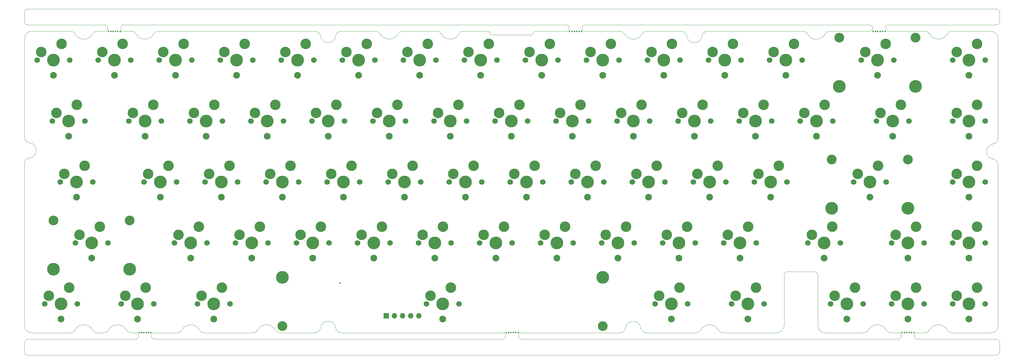
<source format=gts>
G04 #@! TF.GenerationSoftware,KiCad,Pcbnew,(6.99.0-1912-g359c99991b)*
G04 #@! TF.CreationDate,2023-08-09T17:17:15+07:00*
G04 #@! TF.ProjectId,nyx,6e79782e-6b69-4636-9164-5f7063625858,2*
G04 #@! TF.SameCoordinates,Original*
G04 #@! TF.FileFunction,Soldermask,Top*
G04 #@! TF.FilePolarity,Negative*
%FSLAX46Y46*%
G04 Gerber Fmt 4.6, Leading zero omitted, Abs format (unit mm)*
G04 Created by KiCad (PCBNEW (6.99.0-1912-g359c99991b)) date 2023-08-09 17:17:15*
%MOMM*%
%LPD*%
G01*
G04 APERTURE LIST*
%ADD10C,3.048000*%
%ADD11C,3.987800*%
%ADD12C,0.500000*%
%ADD13C,1.750000*%
%ADD14C,3.300000*%
%ADD15C,2.100000*%
%ADD16R,1.700000X1.700000*%
%ADD17O,1.700000X1.700000*%
G04 #@! TA.AperFunction,Profile*
%ADD18C,0.100000*%
G04 #@! TD*
G04 APERTURE END LIST*
D10*
X180484823Y-99219823D03*
D11*
X180484823Y-83979823D03*
D10*
X80472323Y-99219823D03*
D11*
X80472323Y-83979823D03*
D12*
X268572706Y-7050000D03*
X267832706Y-7050000D03*
X267092706Y-7050000D03*
X266352706Y-7050000D03*
X265612706Y-7050000D03*
X264872706Y-7050000D03*
D10*
X9034823Y-66199823D03*
D11*
X9034823Y-81439823D03*
D10*
X32847323Y-66199823D03*
D11*
X32847323Y-81439823D03*
D12*
X173850000Y-7050000D03*
X173110000Y-7050000D03*
X172370000Y-7050000D03*
X171630000Y-7050000D03*
X170890000Y-7050000D03*
X170150000Y-7050000D03*
D10*
X254303573Y-9049823D03*
D11*
X254303573Y-24289823D03*
D10*
X278116073Y-9049823D03*
D11*
X278116073Y-24289823D03*
D12*
X35750000Y-101222338D03*
X36490000Y-101222338D03*
X37230000Y-101222338D03*
X37970000Y-101222338D03*
X38710000Y-101222338D03*
X39450000Y-101222338D03*
X273850001Y-101222338D03*
X274590001Y-101222338D03*
X275330001Y-101222338D03*
X276070001Y-101222338D03*
X276810001Y-101222338D03*
X277550001Y-101222338D03*
X150311353Y-101222338D03*
X151051353Y-101222338D03*
X151791353Y-101222338D03*
X152531353Y-101222338D03*
X153271353Y-101222338D03*
X154011353Y-101222338D03*
X29899997Y-7050000D03*
X29159997Y-7050000D03*
X28419997Y-7050000D03*
X27679997Y-7050000D03*
X26939997Y-7050000D03*
X26199997Y-7050000D03*
D10*
X251922323Y-47149823D03*
D11*
X251922323Y-62389823D03*
D10*
X275734823Y-47149823D03*
D11*
X275734823Y-62389823D03*
D13*
X228427323Y-73184823D03*
D11*
X223347323Y-73184823D03*
D13*
X218267323Y-73184823D03*
D14*
X219537323Y-70644823D03*
X225887323Y-68104823D03*
D15*
X130478573Y-96984823D03*
X9034823Y-20784823D03*
X218584823Y-20784823D03*
X56659823Y-39834823D03*
X75709823Y-39834823D03*
X225728573Y-96984823D03*
X147147323Y-77934823D03*
X59041073Y-96984823D03*
D13*
X109364823Y-16034823D03*
D11*
X104284823Y-16034823D03*
D13*
X99204823Y-16034823D03*
D14*
X100474823Y-13494823D03*
X106824823Y-10954823D03*
D15*
X142384823Y-20784823D03*
D13*
X299864823Y-54134823D03*
D11*
X294784823Y-54134823D03*
D13*
X289704823Y-54134823D03*
D14*
X290974823Y-51594823D03*
X297324823Y-49054823D03*
D13*
X223664823Y-16034823D03*
D11*
X218584823Y-16034823D03*
D13*
X213504823Y-16034823D03*
D14*
X214774823Y-13494823D03*
X221124823Y-10954823D03*
D13*
X190327323Y-73184823D03*
D11*
X185247323Y-73184823D03*
D13*
X180167323Y-73184823D03*
D14*
X181437323Y-70644823D03*
X187787323Y-68104823D03*
D15*
X109047323Y-77934823D03*
X128097323Y-77934823D03*
X275734823Y-96984823D03*
X51897323Y-77934823D03*
D13*
X147464823Y-16034823D03*
D11*
X142384823Y-16034823D03*
D13*
X137304823Y-16034823D03*
D14*
X138574823Y-13494823D03*
X144924823Y-10954823D03*
D13*
X16496073Y-92234823D03*
D11*
X11416073Y-92234823D03*
D13*
X6336073Y-92234823D03*
D14*
X7606073Y-89694823D03*
X13956073Y-87154823D03*
D13*
X209377323Y-73184823D03*
D11*
X204297323Y-73184823D03*
D13*
X199217323Y-73184823D03*
D14*
X200487323Y-70644823D03*
X206837323Y-68104823D03*
D13*
X52214823Y-16034823D03*
D11*
X47134823Y-16034823D03*
D13*
X42054823Y-16034823D03*
D14*
X43324823Y-13494823D03*
X49674823Y-10954823D03*
D13*
X26021073Y-73184823D03*
D11*
X20941073Y-73184823D03*
D13*
X15861073Y-73184823D03*
D14*
X17131073Y-70644823D03*
X23481073Y-68104823D03*
D13*
X85552323Y-54134823D03*
D11*
X80472323Y-54134823D03*
D13*
X75392323Y-54134823D03*
D14*
X76662323Y-51594823D03*
X83012323Y-49054823D03*
D13*
X299864823Y-73184823D03*
D11*
X294784823Y-73184823D03*
D13*
X289704823Y-73184823D03*
D14*
X290974823Y-70644823D03*
X297324823Y-68104823D03*
D13*
X206996073Y-92234823D03*
D11*
X201916073Y-92234823D03*
D13*
X196836073Y-92234823D03*
D14*
X198106073Y-89694823D03*
X204456073Y-87154823D03*
D13*
X166514823Y-16034823D03*
D11*
X161434823Y-16034823D03*
D13*
X156354823Y-16034823D03*
D14*
X157624823Y-13494823D03*
X163974823Y-10954823D03*
D13*
X199852323Y-54134823D03*
D11*
X194772323Y-54134823D03*
D13*
X189692323Y-54134823D03*
D14*
X190962323Y-51594823D03*
X197312323Y-49054823D03*
D16*
X112919999Y-95949999D03*
D17*
X115459999Y-95949999D03*
X117999999Y-95949999D03*
X120539999Y-95949999D03*
X123079999Y-95949999D03*
D13*
X156989823Y-35084823D03*
D11*
X151909823Y-35084823D03*
D13*
X146829823Y-35084823D03*
D14*
X148099823Y-32544823D03*
X154449823Y-30004823D03*
D13*
X128414823Y-16034823D03*
D11*
X123334823Y-16034823D03*
D13*
X118254823Y-16034823D03*
D14*
X119524823Y-13494823D03*
X125874823Y-10954823D03*
D13*
X66502323Y-54134823D03*
D11*
X61422323Y-54134823D03*
D13*
X56342323Y-54134823D03*
D14*
X57612323Y-51594823D03*
X63962323Y-49054823D03*
D13*
X252239823Y-35084823D03*
D11*
X247159823Y-35084823D03*
D13*
X242079823Y-35084823D03*
D14*
X243349823Y-32544823D03*
X249699823Y-30004823D03*
D13*
X268908573Y-54134823D03*
D11*
X263828573Y-54134823D03*
D13*
X258748573Y-54134823D03*
D14*
X260018573Y-51594823D03*
X266368573Y-49054823D03*
D15*
X190009823Y-39834823D03*
X175722323Y-58884823D03*
X194772323Y-58884823D03*
X228109823Y-39834823D03*
D13*
X142702323Y-54134823D03*
D11*
X137622323Y-54134823D03*
D13*
X132542323Y-54134823D03*
D14*
X133812323Y-51594823D03*
X140162323Y-49054823D03*
D13*
X33164823Y-16034823D03*
D11*
X28084823Y-16034823D03*
D13*
X23004823Y-16034823D03*
D14*
X24274823Y-13494823D03*
X30624823Y-10954823D03*
D13*
X214139823Y-35084823D03*
D11*
X209059823Y-35084823D03*
D13*
X203979823Y-35084823D03*
D14*
X205249823Y-32544823D03*
X211599823Y-30004823D03*
D13*
X230808573Y-92234823D03*
D11*
X225728573Y-92234823D03*
D13*
X220648573Y-92234823D03*
D14*
X221918573Y-89694823D03*
X228268573Y-87154823D03*
D12*
X98500000Y-85700000D03*
D15*
X294784823Y-39834823D03*
X85234823Y-20784823D03*
X99522323Y-58884823D03*
D13*
X56977323Y-73184823D03*
D11*
X51897323Y-73184823D03*
D13*
X46817323Y-73184823D03*
D14*
X48087323Y-70644823D03*
X54437323Y-68104823D03*
D15*
X199534823Y-20784823D03*
D13*
X42689823Y-35084823D03*
D11*
X37609823Y-35084823D03*
D13*
X32529823Y-35084823D03*
D14*
X33799823Y-32544823D03*
X40149823Y-30004823D03*
D15*
X256684823Y-96984823D03*
X263828573Y-58884823D03*
X16178573Y-58884823D03*
D13*
X135558573Y-92234823D03*
D11*
X130478573Y-92234823D03*
D13*
X125398573Y-92234823D03*
D14*
X126668573Y-89694823D03*
X133018573Y-87154823D03*
D15*
X161434823Y-20784823D03*
D13*
X280814823Y-92234823D03*
D11*
X275734823Y-92234823D03*
D13*
X270654823Y-92234823D03*
D14*
X271924823Y-89694823D03*
X278274823Y-87154823D03*
D13*
X185564823Y-16034823D03*
D11*
X180484823Y-16034823D03*
D13*
X175404823Y-16034823D03*
D14*
X176674823Y-13494823D03*
X183024823Y-10954823D03*
D15*
X201916073Y-96984823D03*
D13*
X218902323Y-54134823D03*
D11*
X213822323Y-54134823D03*
D13*
X208742323Y-54134823D03*
D14*
X210012323Y-51594823D03*
X216362323Y-49054823D03*
D15*
X94759823Y-39834823D03*
D13*
X99839823Y-35084823D03*
D11*
X94759823Y-35084823D03*
D13*
X89679823Y-35084823D03*
D14*
X90949823Y-32544823D03*
X97299823Y-30004823D03*
D15*
X232872323Y-58884823D03*
X223347323Y-77934823D03*
D13*
X171277323Y-73184823D03*
D11*
X166197323Y-73184823D03*
D13*
X161117323Y-73184823D03*
D14*
X162387323Y-70644823D03*
X168737323Y-68104823D03*
D13*
X204614823Y-16034823D03*
D11*
X199534823Y-16034823D03*
D13*
X194454823Y-16034823D03*
D14*
X195724823Y-13494823D03*
X202074823Y-10954823D03*
D15*
X47134823Y-20784823D03*
X89997323Y-77934823D03*
D13*
X118889823Y-35084823D03*
D11*
X113809823Y-35084823D03*
D13*
X108729823Y-35084823D03*
D14*
X109999823Y-32544823D03*
X116349823Y-30004823D03*
D13*
X242714823Y-16034823D03*
D11*
X237634823Y-16034823D03*
D13*
X232554823Y-16034823D03*
D14*
X233824823Y-13494823D03*
X240174823Y-10954823D03*
D13*
X176039823Y-35084823D03*
D11*
X170959823Y-35084823D03*
D13*
X165879823Y-35084823D03*
D14*
X167149823Y-32544823D03*
X173499823Y-30004823D03*
D13*
X280814823Y-73184823D03*
D11*
X275734823Y-73184823D03*
D13*
X270654823Y-73184823D03*
D14*
X271924823Y-70644823D03*
X278274823Y-68104823D03*
D15*
X270972323Y-39834823D03*
X266209823Y-20784823D03*
D13*
X152227323Y-73184823D03*
D11*
X147147323Y-73184823D03*
D13*
X142067323Y-73184823D03*
D14*
X143337323Y-70644823D03*
X149687323Y-68104823D03*
D15*
X11416073Y-96984823D03*
X35228573Y-96984823D03*
X42372323Y-58884823D03*
D13*
X76027323Y-73184823D03*
D11*
X70947323Y-73184823D03*
D13*
X65867323Y-73184823D03*
D14*
X67137323Y-70644823D03*
X73487323Y-68104823D03*
D15*
X204297323Y-77934823D03*
D13*
X104602323Y-54134823D03*
D11*
X99522323Y-54134823D03*
D13*
X94442323Y-54134823D03*
D14*
X95712323Y-51594823D03*
X102062323Y-49054823D03*
D15*
X185247323Y-77934823D03*
D13*
X21258573Y-54134823D03*
D11*
X16178573Y-54134823D03*
D13*
X11098573Y-54134823D03*
D14*
X12368573Y-51594823D03*
X18718573Y-49054823D03*
D13*
X237952323Y-54134823D03*
D11*
X232872323Y-54134823D03*
D13*
X227792323Y-54134823D03*
D14*
X229062323Y-51594823D03*
X235412323Y-49054823D03*
D15*
X249541073Y-77934823D03*
D13*
X233189823Y-35084823D03*
D11*
X228109823Y-35084823D03*
D13*
X223029823Y-35084823D03*
D14*
X224299823Y-32544823D03*
X230649823Y-30004823D03*
D13*
X299864823Y-35084823D03*
D11*
X294784823Y-35084823D03*
D13*
X289704823Y-35084823D03*
D14*
X290974823Y-32544823D03*
X297324823Y-30004823D03*
D13*
X276052323Y-35084823D03*
D11*
X270972323Y-35084823D03*
D13*
X265892323Y-35084823D03*
D14*
X267162323Y-32544823D03*
X273512323Y-30004823D03*
D13*
X299864823Y-16034823D03*
D11*
X294784823Y-16034823D03*
D13*
X289704823Y-16034823D03*
D14*
X290974823Y-13494823D03*
X297324823Y-10954823D03*
D13*
X137939823Y-35084823D03*
D11*
X132859823Y-35084823D03*
D13*
X127779823Y-35084823D03*
D14*
X129049823Y-32544823D03*
X135399823Y-30004823D03*
D15*
X70947323Y-77934823D03*
D13*
X80789823Y-35084823D03*
D11*
X75709823Y-35084823D03*
D13*
X70629823Y-35084823D03*
D14*
X71899823Y-32544823D03*
X78249823Y-30004823D03*
D15*
X180484823Y-20784823D03*
D13*
X47452323Y-54134823D03*
D11*
X42372323Y-54134823D03*
D13*
X37292323Y-54134823D03*
D14*
X38562323Y-51594823D03*
X44912323Y-49054823D03*
D15*
X104284823Y-20784823D03*
X166197323Y-77934823D03*
X275734823Y-77934823D03*
X20941073Y-77934823D03*
D13*
X261764823Y-92234823D03*
D11*
X256684823Y-92234823D03*
D13*
X251604823Y-92234823D03*
D14*
X252874823Y-89694823D03*
X259224823Y-87154823D03*
D13*
X71264823Y-16034823D03*
D11*
X66184823Y-16034823D03*
D13*
X61104823Y-16034823D03*
D14*
X62374823Y-13494823D03*
X68724823Y-10954823D03*
D15*
X132859823Y-39834823D03*
X13797323Y-39834823D03*
D13*
X14114823Y-16034823D03*
D11*
X9034823Y-16034823D03*
D13*
X3954823Y-16034823D03*
D14*
X5224823Y-13494823D03*
X11574823Y-10954823D03*
D13*
X133177323Y-73184823D03*
D11*
X128097323Y-73184823D03*
D13*
X123017323Y-73184823D03*
D14*
X124287323Y-70644823D03*
X130637323Y-68104823D03*
D15*
X28084823Y-20784823D03*
D13*
X64121073Y-92234823D03*
D11*
X59041073Y-92234823D03*
D13*
X53961073Y-92234823D03*
D14*
X55231073Y-89694823D03*
X61581073Y-87154823D03*
D13*
X114127323Y-73184823D03*
D11*
X109047323Y-73184823D03*
D13*
X103967323Y-73184823D03*
D14*
X105237323Y-70644823D03*
X111587323Y-68104823D03*
D15*
X170959823Y-39834823D03*
D13*
X271289823Y-16034823D03*
D11*
X266209823Y-16034823D03*
D13*
X261129823Y-16034823D03*
D14*
X262399823Y-13494823D03*
X268749823Y-10954823D03*
D13*
X123652323Y-54134823D03*
D11*
X118572323Y-54134823D03*
D13*
X113492323Y-54134823D03*
D14*
X114762323Y-51594823D03*
X121112323Y-49054823D03*
D13*
X95077323Y-73184823D03*
D11*
X89997323Y-73184823D03*
D13*
X84917323Y-73184823D03*
D14*
X86187323Y-70644823D03*
X92537323Y-68104823D03*
D15*
X80472323Y-58884823D03*
X123334823Y-20784823D03*
D13*
X161752323Y-54134823D03*
D11*
X156672323Y-54134823D03*
D13*
X151592323Y-54134823D03*
D14*
X152862323Y-51594823D03*
X159212323Y-49054823D03*
D15*
X113809823Y-39834823D03*
X209059823Y-39834823D03*
D13*
X18877323Y-35084823D03*
D11*
X13797323Y-35084823D03*
D13*
X8717323Y-35084823D03*
D14*
X9987323Y-32544823D03*
X16337323Y-30004823D03*
D15*
X294784823Y-77934823D03*
X118572323Y-58884823D03*
X156672323Y-58884823D03*
X61422323Y-58884823D03*
X247159823Y-39834823D03*
X66184823Y-20784823D03*
X37609823Y-39834823D03*
D13*
X180802323Y-54134823D03*
D11*
X175722323Y-54134823D03*
D13*
X170642323Y-54134823D03*
D14*
X171912323Y-51594823D03*
X178262323Y-49054823D03*
D15*
X294784823Y-58884823D03*
X137622323Y-58884823D03*
D13*
X299864823Y-92234823D03*
D11*
X294784823Y-92234823D03*
D13*
X289704823Y-92234823D03*
D14*
X290974823Y-89694823D03*
X297324823Y-87154823D03*
D13*
X195089823Y-35084823D03*
D11*
X190009823Y-35084823D03*
D13*
X184929823Y-35084823D03*
D14*
X186199823Y-32544823D03*
X192549823Y-30004823D03*
D15*
X237634823Y-20784823D03*
X213822323Y-58884823D03*
D13*
X40308573Y-92234823D03*
D11*
X35228573Y-92234823D03*
D13*
X30148573Y-92234823D03*
D14*
X31418573Y-89694823D03*
X37768573Y-87154823D03*
D15*
X294784823Y-20784823D03*
D13*
X254621073Y-73184823D03*
D11*
X249541073Y-73184823D03*
D13*
X244461073Y-73184823D03*
D14*
X245731073Y-70644823D03*
X252081073Y-68104823D03*
D15*
X151909823Y-39834823D03*
X294784823Y-96984823D03*
D13*
X61739823Y-35084823D03*
D11*
X56659823Y-35084823D03*
D13*
X51579823Y-35084823D03*
D14*
X52849823Y-32544823D03*
X59199823Y-30004823D03*
D13*
X90314823Y-16034823D03*
D11*
X85234823Y-16034823D03*
D13*
X80154823Y-16034823D03*
D14*
X81424823Y-13494823D03*
X87774823Y-10954823D03*
D18*
X301600202Y-101272406D02*
G75*
G03*
X303822706Y-99049835I-102J2222606D01*
G01*
X40600000Y-103272338D02*
X149161353Y-103272338D01*
X71376999Y-101272345D02*
G75*
G03*
X72707000Y-100446691I-15399J1508845D01*
G01*
X98847999Y-7000000D02*
X109651997Y-7000000D01*
X237074986Y-83399998D02*
X237074986Y-99022338D01*
X136948002Y-7000004D02*
G75*
G03*
X135618000Y-7806000I398J-1500996D01*
G01*
X268967975Y-100446699D02*
G75*
G03*
X270297993Y-101272337I1345325J683099D01*
G01*
X33451997Y-7000000D02*
X31049997Y-7000000D01*
X304322700Y-1000000D02*
G75*
G03*
X303322706Y0I-1000000J0D01*
G01*
X289347996Y-7000000D02*
X301600202Y-7000000D01*
X303322706Y-108272406D02*
G75*
G03*
X304322706Y-107272338I-106J1000106D01*
G01*
X25049997Y-5000000D02*
X1000000Y-5000000D01*
X34781999Y-7806000D02*
G75*
G03*
X40367997Y-7806000I2792999J1455492D01*
G01*
X24876999Y-101272338D02*
X22647999Y-101272338D01*
X97179782Y-99907551D02*
G75*
G03*
X98847996Y-101272338I1668618J337651D01*
G01*
X251247981Y-6999980D02*
G75*
G03*
X249917994Y-7806000I319J-1500820D01*
G01*
X15731999Y-7806000D02*
G75*
G03*
X14401997Y-7000001I-1328549J-691940D01*
G01*
X282432022Y-7805994D02*
G75*
G03*
X281101994Y-7000001I-1328522J-691906D01*
G01*
X303827411Y-48693176D02*
X303822706Y-99049835D01*
X79623001Y-101272338D02*
X90601994Y-101272338D01*
X278700001Y-101272338D02*
X281102009Y-101272338D01*
X303322706Y0D02*
X1000000Y0D01*
X130031972Y-7806015D02*
G75*
G03*
X128702000Y-7000001I-1328472J-691785D01*
G01*
X54655994Y-100446691D02*
G75*
G03*
X49069996Y-100446691I-2792999J-1455492D01*
G01*
X31793026Y-100446677D02*
G75*
G03*
X33123001Y-101272337I1345274J682977D01*
G01*
X0Y-107272338D02*
X0Y-104272338D01*
X78293026Y-100446677D02*
G75*
G03*
X79623001Y-101272337I1345274J682977D01*
G01*
X289347996Y-6999994D02*
G75*
G03*
X288018010Y-7806000I304J-1500806D01*
G01*
X234824986Y-101272386D02*
G75*
G03*
X237074986Y-99022338I-86J2250086D01*
G01*
X34781941Y-7806030D02*
G75*
G03*
X33451997Y-7000001I-1328541J-691870D01*
G01*
X21317997Y-100446691D02*
G75*
G03*
X15731999Y-100446691I-2792999J-1455492D01*
G01*
X217911000Y-101272338D02*
X234824986Y-101272338D01*
X192377306Y-99907545D02*
G75*
G03*
X187537331Y-99827543I-2423306J-160755D01*
G01*
X155161353Y-103272338D02*
X272700001Y-103272338D01*
X22647999Y-7000002D02*
G75*
G03*
X21317998Y-7806000I401J-1500998D01*
G01*
X0Y-99049833D02*
G75*
G03*
X2222503Y-101272338I2222503J-2D01*
G01*
X288017979Y-100446706D02*
G75*
G03*
X289348011Y-101272338I1345321J683106D01*
G01*
X175000000Y-7000000D02*
X185851994Y-7000000D01*
X47739994Y-101272307D02*
G75*
G03*
X49069995Y-100446691I-15294J1508707D01*
G01*
X136948002Y-7000000D02*
X144500000Y-7000000D01*
X1000000Y0D02*
G75*
G03*
X0Y-1000000I0J-1000000D01*
G01*
X92339807Y-8400003D02*
G75*
G03*
X90601997Y-7000001I-1736307J-376697D01*
G01*
X206639807Y-8400003D02*
G75*
G03*
X204901997Y-7000001I-1736307J-376697D01*
G01*
X303322706Y-5000000D02*
X269722706Y-5000000D01*
X14401997Y-101272338D02*
X2222503Y-101272338D01*
X78292999Y-100446691D02*
G75*
G03*
X72707001Y-100446691I-2792999J-1455492D01*
G01*
X159500000Y-7000024D02*
G75*
G03*
X158700000Y-7600000I-800J-832276D01*
G01*
X304322762Y-104272338D02*
G75*
G03*
X303322706Y-103272338I-1000062J-62D01*
G01*
X209664998Y-101272311D02*
G75*
G03*
X210995000Y-100446691I-15298J1508711D01*
G01*
X303827349Y-48693176D02*
G75*
G03*
X302507411Y-47025000I-1714649J-424D01*
G01*
X194097996Y-7000018D02*
G75*
G03*
X192767994Y-7806000I-1496J-1497882D01*
G01*
X187181971Y-7806013D02*
G75*
G03*
X185851994Y-7000001I-1328471J-691787D01*
G01*
X303822706Y-9222505D02*
X303827411Y-40462174D01*
X302427417Y-42200059D02*
G75*
G03*
X302507411Y-47024999I240783J-2409141D01*
G01*
X251247981Y-7000000D02*
X263722706Y-7000000D01*
X268967991Y-100446691D02*
G75*
G03*
X263381993Y-100446691I-2792999J-1455492D01*
G01*
X206639815Y-8400001D02*
G75*
G03*
X211479823Y-8320000I2416685J240801D01*
G01*
X216580977Y-100446702D02*
G75*
G03*
X217911000Y-101272337I1345323J683102D01*
G01*
X21317977Y-100446701D02*
G75*
G03*
X22647999Y-101272337I1345323J683101D01*
G01*
X247650002Y-83399998D02*
G75*
G03*
X246399998Y-82149998I-1249602J398D01*
G01*
X304322706Y-1000000D02*
X304322706Y-4000000D01*
X110981958Y-7806022D02*
G75*
G03*
X109651997Y-7000001I-1328658J-692078D01*
G01*
X304322706Y-104272338D02*
X304322706Y-107272338D01*
X194097996Y-7000000D02*
X204901997Y-7000000D01*
X31792999Y-100446691D02*
G75*
G03*
X26207001Y-100446691I-2792999J-1455492D01*
G01*
X90601994Y-101272331D02*
G75*
G03*
X92339819Y-99827543I1506J1765731D01*
G01*
X303322706Y-5000006D02*
G75*
G03*
X304322706Y-4000000I-6J1000006D01*
G01*
X149161353Y-101272338D02*
X98847996Y-101272338D01*
X302427414Y-42200015D02*
G75*
G03*
X303827410Y-40462174I-376714J1736315D01*
G01*
X0Y-99049833D02*
X0Y-48291535D01*
X41697999Y-7000002D02*
G75*
G03*
X40367998Y-7806000I401J-1500998D01*
G01*
X185799504Y-101272341D02*
G75*
G03*
X187537330Y-99827543I1496J1765741D01*
G01*
X1000000Y-103272338D02*
G75*
G03*
X0Y-104272338I-1J-999999D01*
G01*
X97179816Y-99907543D02*
G75*
G03*
X92339821Y-99827543I-2423316J-160757D01*
G01*
X169000000Y-7000000D02*
X159500000Y-7000000D01*
X110981999Y-7806000D02*
G75*
G03*
X116567997Y-7806000I2792999J1455492D01*
G01*
X24876999Y-101272345D02*
G75*
G03*
X26207000Y-100446691I-15399J1508845D01*
G01*
X117897999Y-7000000D02*
X128702000Y-7000000D01*
X-2Y-40183465D02*
G75*
G03*
X1362325Y-41824999I1670682J445D01*
G01*
X2Y-107272338D02*
G75*
G03*
X1000000Y-108272338I999998J-2D01*
G01*
X0Y-4000000D02*
G75*
G03*
X1000000Y-5000000I1000000J0D01*
G01*
X262051991Y-101272306D02*
G75*
G03*
X263381993Y-100446691I-15291J1508706D01*
G01*
X278700001Y-103272338D02*
X303322706Y-103272338D01*
X192377282Y-99907553D02*
G75*
G03*
X194045506Y-101272338I1668618J337653D01*
G01*
X0Y-40183465D02*
X0Y-9222503D01*
X249899998Y-101272338D02*
X262051991Y-101272338D01*
X15731999Y-7806000D02*
G75*
G03*
X21317997Y-7806000I2792999J1455492D01*
G01*
X1442325Y-46649999D02*
G75*
G03*
X1362325Y-41825001I-240727J2409171D01*
G01*
X54655976Y-100446700D02*
G75*
G03*
X55985996Y-101272337I1345324J683100D01*
G01*
X41697999Y-7000000D02*
X90601997Y-7000000D01*
X247650062Y-99022338D02*
G75*
G03*
X249899998Y-101272338I2249938J-62D01*
G01*
X246399998Y-82149998D02*
X238324986Y-82149998D01*
X157900000Y-8199976D02*
G75*
G03*
X158700000Y-7600000I800J832276D01*
G01*
X145300023Y-7599993D02*
G75*
G03*
X144500000Y-7000000I-799223J-232307D01*
G01*
X33123001Y-101272338D02*
X34600000Y-101272338D01*
X282432011Y-7806000D02*
G75*
G03*
X288018009Y-7806000I2792999J1455492D01*
G01*
X1000000Y-108272338D02*
X303322706Y-108272338D01*
X40600000Y-101272338D02*
X47739994Y-101272338D01*
X270297993Y-101272338D02*
X272700001Y-101272338D01*
X2222503Y-7000000D02*
G75*
G03*
X0Y-9222503I0J-2222503D01*
G01*
X209664998Y-101272338D02*
X194045506Y-101272338D01*
X247649998Y-99022338D02*
X247649998Y-83399998D01*
X303822700Y-9222505D02*
G75*
G03*
X301600202Y-7000000I-2222500J5D01*
G01*
X169000000Y-5000000D02*
X31049997Y-5000000D01*
X187181996Y-7805999D02*
G75*
G03*
X192767994Y-7806000I2792999J1455492D01*
G01*
X117897999Y-7000002D02*
G75*
G03*
X116567998Y-7806000I401J-1500998D01*
G01*
X213147999Y-6999979D02*
G75*
G03*
X211479824Y-8320000I501J-1714721D01*
G01*
X71376999Y-101272338D02*
X55985996Y-101272338D01*
X175000000Y-5000000D02*
X263722706Y-5000000D01*
X0Y-4000000D02*
X0Y-1000000D01*
X146100000Y-8200000D02*
X157900000Y-8200000D01*
X244331996Y-7806000D02*
G75*
G03*
X249917994Y-7806000I2792999J1455492D01*
G01*
X155161353Y-101272338D02*
X185799504Y-101272338D01*
X14401997Y-101272310D02*
G75*
G03*
X15731999Y-100446691I-15297J1508710D01*
G01*
X269722706Y-7000000D02*
X281101994Y-7000000D01*
X145299977Y-7600007D02*
G75*
G03*
X146100000Y-8200000I799223J232307D01*
G01*
X216580998Y-100446691D02*
G75*
G03*
X210995000Y-100446691I-2792999J-1455492D01*
G01*
X213147999Y-7000000D02*
X243001979Y-7000000D01*
X2222503Y-7000000D02*
X14401997Y-7000000D01*
X289348011Y-101272338D02*
X301600202Y-101272338D01*
X25049997Y-7000000D02*
X22647999Y-7000000D01*
X98847999Y-6999979D02*
G75*
G03*
X97179824Y-8320000I501J-1714721D01*
G01*
X92339815Y-8400001D02*
G75*
G03*
X97179823Y-8320000I2416685J240801D01*
G01*
X1442325Y-46650000D02*
G75*
G03*
X0Y-48291535I213454J-1641963D01*
G01*
X281102009Y-101272321D02*
G75*
G03*
X282432011Y-100446691I-15309J1508721D01*
G01*
X130032002Y-7806000D02*
G75*
G03*
X135618000Y-7806000I2792999J1455492D01*
G01*
X238324986Y-82149986D02*
G75*
G03*
X237074986Y-83399998I-386J-1249614D01*
G01*
X244332019Y-7805988D02*
G75*
G03*
X243001979Y-7000001I-1328519J-691912D01*
G01*
X1000000Y-103272338D02*
X34600000Y-103272338D01*
X288018009Y-100446691D02*
G75*
G03*
X282432011Y-100446691I-2792999J-1455492D01*
G01*
X263722706Y-7000000D02*
G75*
G03*
X263722706Y-5000000I0J1000000D01*
G01*
X269722706Y-5000000D02*
G75*
G03*
X269722706Y-7000000I0J-1000000D01*
G01*
X169000000Y-7000000D02*
G75*
G03*
X169000000Y-5000000I0J1000000D01*
G01*
X175000000Y-5000000D02*
G75*
G03*
X175000000Y-7000000I0J-1000000D01*
G01*
X40600000Y-101272338D02*
G75*
G03*
X40600000Y-103272338I0J-1000000D01*
G01*
X34600000Y-103272338D02*
G75*
G03*
X34600000Y-101272338I0J1000000D01*
G01*
X278700001Y-101272338D02*
G75*
G03*
X278700001Y-103272338I0J-1000000D01*
G01*
X272700001Y-103272338D02*
G75*
G03*
X272700001Y-101272338I0J1000000D01*
G01*
X155161353Y-101272338D02*
G75*
G03*
X155161353Y-103272338I0J-1000000D01*
G01*
X149161353Y-103272338D02*
G75*
G03*
X149161353Y-101272338I0J1000000D01*
G01*
X25049997Y-7000000D02*
G75*
G03*
X25049997Y-5000000I0J1000000D01*
G01*
X31049997Y-5000000D02*
G75*
G03*
X31049997Y-7000000I0J-1000000D01*
G01*
M02*

</source>
